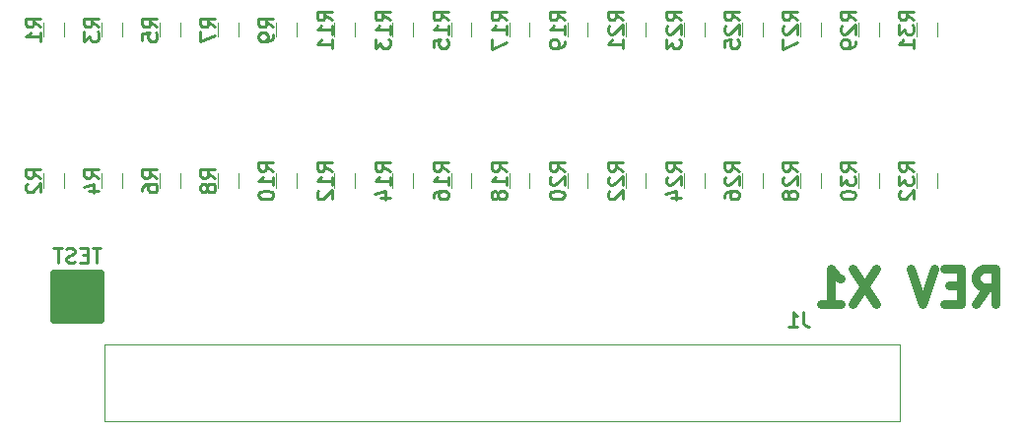
<source format=gbo>
G04 #@! TF.FileFunction,Legend,Bot*
%FSLAX46Y46*%
G04 Gerber Fmt 4.6, Leading zero omitted, Abs format (unit mm)*
G04 Created by KiCad (PCBNEW (after 2015-mar-04 BZR unknown)-product) date 5/25/2017 2:16:54 PM*
%MOMM*%
G01*
G04 APERTURE LIST*
%ADD10C,0.150000*%
%ADD11C,0.750000*%
%ADD12C,0.120000*%
%ADD13C,0.650000*%
%ADD14C,0.254000*%
G04 APERTURE END LIST*
D10*
D11*
X146214286Y-69607143D02*
X147214286Y-68178571D01*
X147928571Y-69607143D02*
X147928571Y-66607143D01*
X146785714Y-66607143D01*
X146500000Y-66750000D01*
X146357143Y-66892857D01*
X146214286Y-67178571D01*
X146214286Y-67607143D01*
X146357143Y-67892857D01*
X146500000Y-68035714D01*
X146785714Y-68178571D01*
X147928571Y-68178571D01*
X144928571Y-68035714D02*
X143928571Y-68035714D01*
X143500000Y-69607143D02*
X144928571Y-69607143D01*
X144928571Y-66607143D01*
X143500000Y-66607143D01*
X142642857Y-66607143D02*
X141642857Y-69607143D01*
X140642857Y-66607143D01*
X137642857Y-66607143D02*
X135642857Y-69607143D01*
X135642857Y-66607143D02*
X137642857Y-69607143D01*
X132928571Y-69607143D02*
X134642856Y-69607143D01*
X133785714Y-69607143D02*
X133785714Y-66607143D01*
X134071428Y-67035714D01*
X134357142Y-67321429D01*
X134642856Y-67464286D01*
D12*
X139640000Y-73100000D02*
X71330000Y-73100000D01*
X139640000Y-73100000D02*
X139640000Y-79690000D01*
X71330000Y-79690000D02*
X71330000Y-73100000D01*
X71330000Y-79690000D02*
X139640000Y-79690000D01*
X67880000Y-46600000D02*
X67880000Y-45400000D01*
X66120000Y-45400000D02*
X66120000Y-46600000D01*
X67880000Y-59600000D02*
X67880000Y-58400000D01*
X66120000Y-58400000D02*
X66120000Y-59600000D01*
X72880000Y-46600000D02*
X72880000Y-45400000D01*
X71120000Y-45400000D02*
X71120000Y-46600000D01*
X72880000Y-59600000D02*
X72880000Y-58400000D01*
X71120000Y-58400000D02*
X71120000Y-59600000D01*
X77880000Y-46600000D02*
X77880000Y-45400000D01*
X76120000Y-45400000D02*
X76120000Y-46600000D01*
X77880000Y-59600000D02*
X77880000Y-58400000D01*
X76120000Y-58400000D02*
X76120000Y-59600000D01*
X82880000Y-46600000D02*
X82880000Y-45400000D01*
X81120000Y-45400000D02*
X81120000Y-46600000D01*
X82880000Y-59600000D02*
X82880000Y-58400000D01*
X81120000Y-58400000D02*
X81120000Y-59600000D01*
X87880000Y-46600000D02*
X87880000Y-45400000D01*
X86120000Y-45400000D02*
X86120000Y-46600000D01*
X87880000Y-59600000D02*
X87880000Y-58400000D01*
X86120000Y-58400000D02*
X86120000Y-59600000D01*
X92880000Y-46600000D02*
X92880000Y-45400000D01*
X91120000Y-45400000D02*
X91120000Y-46600000D01*
X92880000Y-59600000D02*
X92880000Y-58400000D01*
X91120000Y-58400000D02*
X91120000Y-59600000D01*
X97880000Y-46600000D02*
X97880000Y-45400000D01*
X96120000Y-45400000D02*
X96120000Y-46600000D01*
X97880000Y-59600000D02*
X97880000Y-58400000D01*
X96120000Y-58400000D02*
X96120000Y-59600000D01*
X102880000Y-46600000D02*
X102880000Y-45400000D01*
X101120000Y-45400000D02*
X101120000Y-46600000D01*
X102880000Y-59600000D02*
X102880000Y-58400000D01*
X101120000Y-58400000D02*
X101120000Y-59600000D01*
X107880000Y-46600000D02*
X107880000Y-45400000D01*
X106120000Y-45400000D02*
X106120000Y-46600000D01*
X107880000Y-59600000D02*
X107880000Y-58400000D01*
X106120000Y-58400000D02*
X106120000Y-59600000D01*
X112880000Y-46600000D02*
X112880000Y-45400000D01*
X111120000Y-45400000D02*
X111120000Y-46600000D01*
X112880000Y-59600000D02*
X112880000Y-58400000D01*
X111120000Y-58400000D02*
X111120000Y-59600000D01*
X117880000Y-46600000D02*
X117880000Y-45400000D01*
X116120000Y-45400000D02*
X116120000Y-46600000D01*
X117880000Y-59600000D02*
X117880000Y-58400000D01*
X116120000Y-58400000D02*
X116120000Y-59600000D01*
X122880000Y-46600000D02*
X122880000Y-45400000D01*
X121120000Y-45400000D02*
X121120000Y-46600000D01*
X122880000Y-59600000D02*
X122880000Y-58400000D01*
X121120000Y-58400000D02*
X121120000Y-59600000D01*
X127880000Y-46600000D02*
X127880000Y-45400000D01*
X126120000Y-45400000D02*
X126120000Y-46600000D01*
X127880000Y-59600000D02*
X127880000Y-58400000D01*
X126120000Y-58400000D02*
X126120000Y-59600000D01*
X132880000Y-46600000D02*
X132880000Y-45400000D01*
X131120000Y-45400000D02*
X131120000Y-46600000D01*
X132880000Y-59600000D02*
X132880000Y-58400000D01*
X131120000Y-58400000D02*
X131120000Y-59600000D01*
X137880000Y-46600000D02*
X137880000Y-45400000D01*
X136120000Y-45400000D02*
X136120000Y-46600000D01*
X137880000Y-59600000D02*
X137880000Y-58400000D01*
X136120000Y-58400000D02*
X136120000Y-59600000D01*
X142880000Y-46600000D02*
X142880000Y-45400000D01*
X141120000Y-45400000D02*
X141120000Y-46600000D01*
X142880000Y-59600000D02*
X142880000Y-58400000D01*
X141120000Y-58400000D02*
X141120000Y-59600000D01*
D13*
X67000000Y-67000000D02*
X71000000Y-67000000D01*
X71000000Y-67000000D02*
X71000000Y-71000000D01*
X71000000Y-71000000D02*
X67000000Y-71000000D01*
X67000000Y-71000000D02*
X67000000Y-67000000D01*
X67000000Y-67000000D02*
X67000000Y-67500000D01*
X67000000Y-67500000D02*
X71000000Y-67500000D01*
X71000000Y-67500000D02*
X71000000Y-68000000D01*
X71000000Y-68000000D02*
X67000000Y-68000000D01*
X67000000Y-68000000D02*
X67000000Y-68500000D01*
X67000000Y-68500000D02*
X71000000Y-68500000D01*
X71000000Y-68500000D02*
X71000000Y-69000000D01*
X71000000Y-69000000D02*
X67000000Y-69000000D01*
X67000000Y-69000000D02*
X67000000Y-69500000D01*
X67000000Y-69500000D02*
X70500000Y-69500000D01*
X70500000Y-69500000D02*
X71000000Y-69500000D01*
X71000000Y-69500000D02*
X71000000Y-70000000D01*
X71000000Y-70000000D02*
X67000000Y-70000000D01*
X67000000Y-70000000D02*
X67000000Y-70500000D01*
X67000000Y-70500000D02*
X71000000Y-70500000D01*
D14*
X131423333Y-70304524D02*
X131423333Y-71211667D01*
X131483809Y-71393095D01*
X131604761Y-71514048D01*
X131786190Y-71574524D01*
X131907142Y-71574524D01*
X130153333Y-71574524D02*
X130879047Y-71574524D01*
X130516190Y-71574524D02*
X130516190Y-70304524D01*
X130637142Y-70485952D01*
X130758095Y-70606905D01*
X130879047Y-70667381D01*
X65874524Y-45788333D02*
X65269762Y-45365000D01*
X65874524Y-45062619D02*
X64604524Y-45062619D01*
X64604524Y-45546428D01*
X64665000Y-45667381D01*
X64725476Y-45727857D01*
X64846429Y-45788333D01*
X65027857Y-45788333D01*
X65148810Y-45727857D01*
X65209286Y-45667381D01*
X65269762Y-45546428D01*
X65269762Y-45062619D01*
X65874524Y-46997857D02*
X65874524Y-46272143D01*
X65874524Y-46635000D02*
X64604524Y-46635000D01*
X64785952Y-46514048D01*
X64906905Y-46393095D01*
X64967381Y-46272143D01*
X65874524Y-58788333D02*
X65269762Y-58365000D01*
X65874524Y-58062619D02*
X64604524Y-58062619D01*
X64604524Y-58546428D01*
X64665000Y-58667381D01*
X64725476Y-58727857D01*
X64846429Y-58788333D01*
X65027857Y-58788333D01*
X65148810Y-58727857D01*
X65209286Y-58667381D01*
X65269762Y-58546428D01*
X65269762Y-58062619D01*
X64725476Y-59272143D02*
X64665000Y-59332619D01*
X64604524Y-59453571D01*
X64604524Y-59755952D01*
X64665000Y-59876905D01*
X64725476Y-59937381D01*
X64846429Y-59997857D01*
X64967381Y-59997857D01*
X65148810Y-59937381D01*
X65874524Y-59211667D01*
X65874524Y-59997857D01*
X70874524Y-45788333D02*
X70269762Y-45365000D01*
X70874524Y-45062619D02*
X69604524Y-45062619D01*
X69604524Y-45546428D01*
X69665000Y-45667381D01*
X69725476Y-45727857D01*
X69846429Y-45788333D01*
X70027857Y-45788333D01*
X70148810Y-45727857D01*
X70209286Y-45667381D01*
X70269762Y-45546428D01*
X70269762Y-45062619D01*
X69604524Y-46211667D02*
X69604524Y-46997857D01*
X70088333Y-46574524D01*
X70088333Y-46755952D01*
X70148810Y-46876905D01*
X70209286Y-46937381D01*
X70330238Y-46997857D01*
X70632619Y-46997857D01*
X70753571Y-46937381D01*
X70814048Y-46876905D01*
X70874524Y-46755952D01*
X70874524Y-46393095D01*
X70814048Y-46272143D01*
X70753571Y-46211667D01*
X70874524Y-58788333D02*
X70269762Y-58365000D01*
X70874524Y-58062619D02*
X69604524Y-58062619D01*
X69604524Y-58546428D01*
X69665000Y-58667381D01*
X69725476Y-58727857D01*
X69846429Y-58788333D01*
X70027857Y-58788333D01*
X70148810Y-58727857D01*
X70209286Y-58667381D01*
X70269762Y-58546428D01*
X70269762Y-58062619D01*
X70027857Y-59876905D02*
X70874524Y-59876905D01*
X69544048Y-59574524D02*
X70451190Y-59272143D01*
X70451190Y-60058333D01*
X75874524Y-45788333D02*
X75269762Y-45365000D01*
X75874524Y-45062619D02*
X74604524Y-45062619D01*
X74604524Y-45546428D01*
X74665000Y-45667381D01*
X74725476Y-45727857D01*
X74846429Y-45788333D01*
X75027857Y-45788333D01*
X75148810Y-45727857D01*
X75209286Y-45667381D01*
X75269762Y-45546428D01*
X75269762Y-45062619D01*
X74604524Y-46937381D02*
X74604524Y-46332619D01*
X75209286Y-46272143D01*
X75148810Y-46332619D01*
X75088333Y-46453571D01*
X75088333Y-46755952D01*
X75148810Y-46876905D01*
X75209286Y-46937381D01*
X75330238Y-46997857D01*
X75632619Y-46997857D01*
X75753571Y-46937381D01*
X75814048Y-46876905D01*
X75874524Y-46755952D01*
X75874524Y-46453571D01*
X75814048Y-46332619D01*
X75753571Y-46272143D01*
X75874524Y-58788333D02*
X75269762Y-58365000D01*
X75874524Y-58062619D02*
X74604524Y-58062619D01*
X74604524Y-58546428D01*
X74665000Y-58667381D01*
X74725476Y-58727857D01*
X74846429Y-58788333D01*
X75027857Y-58788333D01*
X75148810Y-58727857D01*
X75209286Y-58667381D01*
X75269762Y-58546428D01*
X75269762Y-58062619D01*
X74604524Y-59876905D02*
X74604524Y-59635000D01*
X74665000Y-59514048D01*
X74725476Y-59453571D01*
X74906905Y-59332619D01*
X75148810Y-59272143D01*
X75632619Y-59272143D01*
X75753571Y-59332619D01*
X75814048Y-59393095D01*
X75874524Y-59514048D01*
X75874524Y-59755952D01*
X75814048Y-59876905D01*
X75753571Y-59937381D01*
X75632619Y-59997857D01*
X75330238Y-59997857D01*
X75209286Y-59937381D01*
X75148810Y-59876905D01*
X75088333Y-59755952D01*
X75088333Y-59514048D01*
X75148810Y-59393095D01*
X75209286Y-59332619D01*
X75330238Y-59272143D01*
X80874524Y-45788333D02*
X80269762Y-45365000D01*
X80874524Y-45062619D02*
X79604524Y-45062619D01*
X79604524Y-45546428D01*
X79665000Y-45667381D01*
X79725476Y-45727857D01*
X79846429Y-45788333D01*
X80027857Y-45788333D01*
X80148810Y-45727857D01*
X80209286Y-45667381D01*
X80269762Y-45546428D01*
X80269762Y-45062619D01*
X79604524Y-46211667D02*
X79604524Y-47058333D01*
X80874524Y-46514048D01*
X80874524Y-58788333D02*
X80269762Y-58365000D01*
X80874524Y-58062619D02*
X79604524Y-58062619D01*
X79604524Y-58546428D01*
X79665000Y-58667381D01*
X79725476Y-58727857D01*
X79846429Y-58788333D01*
X80027857Y-58788333D01*
X80148810Y-58727857D01*
X80209286Y-58667381D01*
X80269762Y-58546428D01*
X80269762Y-58062619D01*
X80148810Y-59514048D02*
X80088333Y-59393095D01*
X80027857Y-59332619D01*
X79906905Y-59272143D01*
X79846429Y-59272143D01*
X79725476Y-59332619D01*
X79665000Y-59393095D01*
X79604524Y-59514048D01*
X79604524Y-59755952D01*
X79665000Y-59876905D01*
X79725476Y-59937381D01*
X79846429Y-59997857D01*
X79906905Y-59997857D01*
X80027857Y-59937381D01*
X80088333Y-59876905D01*
X80148810Y-59755952D01*
X80148810Y-59514048D01*
X80209286Y-59393095D01*
X80269762Y-59332619D01*
X80390714Y-59272143D01*
X80632619Y-59272143D01*
X80753571Y-59332619D01*
X80814048Y-59393095D01*
X80874524Y-59514048D01*
X80874524Y-59755952D01*
X80814048Y-59876905D01*
X80753571Y-59937381D01*
X80632619Y-59997857D01*
X80390714Y-59997857D01*
X80269762Y-59937381D01*
X80209286Y-59876905D01*
X80148810Y-59755952D01*
X85874524Y-45788333D02*
X85269762Y-45365000D01*
X85874524Y-45062619D02*
X84604524Y-45062619D01*
X84604524Y-45546428D01*
X84665000Y-45667381D01*
X84725476Y-45727857D01*
X84846429Y-45788333D01*
X85027857Y-45788333D01*
X85148810Y-45727857D01*
X85209286Y-45667381D01*
X85269762Y-45546428D01*
X85269762Y-45062619D01*
X85874524Y-46393095D02*
X85874524Y-46635000D01*
X85814048Y-46755952D01*
X85753571Y-46816428D01*
X85572143Y-46937381D01*
X85330238Y-46997857D01*
X84846429Y-46997857D01*
X84725476Y-46937381D01*
X84665000Y-46876905D01*
X84604524Y-46755952D01*
X84604524Y-46514048D01*
X84665000Y-46393095D01*
X84725476Y-46332619D01*
X84846429Y-46272143D01*
X85148810Y-46272143D01*
X85269762Y-46332619D01*
X85330238Y-46393095D01*
X85390714Y-46514048D01*
X85390714Y-46755952D01*
X85330238Y-46876905D01*
X85269762Y-46937381D01*
X85148810Y-46997857D01*
X85874524Y-58183571D02*
X85269762Y-57760238D01*
X85874524Y-57457857D02*
X84604524Y-57457857D01*
X84604524Y-57941666D01*
X84665000Y-58062619D01*
X84725476Y-58123095D01*
X84846429Y-58183571D01*
X85027857Y-58183571D01*
X85148810Y-58123095D01*
X85209286Y-58062619D01*
X85269762Y-57941666D01*
X85269762Y-57457857D01*
X85874524Y-59393095D02*
X85874524Y-58667381D01*
X85874524Y-59030238D02*
X84604524Y-59030238D01*
X84785952Y-58909286D01*
X84906905Y-58788333D01*
X84967381Y-58667381D01*
X84604524Y-60179286D02*
X84604524Y-60300238D01*
X84665000Y-60421190D01*
X84725476Y-60481667D01*
X84846429Y-60542143D01*
X85088333Y-60602619D01*
X85390714Y-60602619D01*
X85632619Y-60542143D01*
X85753571Y-60481667D01*
X85814048Y-60421190D01*
X85874524Y-60300238D01*
X85874524Y-60179286D01*
X85814048Y-60058333D01*
X85753571Y-59997857D01*
X85632619Y-59937381D01*
X85390714Y-59876905D01*
X85088333Y-59876905D01*
X84846429Y-59937381D01*
X84725476Y-59997857D01*
X84665000Y-60058333D01*
X84604524Y-60179286D01*
X90874524Y-45183571D02*
X90269762Y-44760238D01*
X90874524Y-44457857D02*
X89604524Y-44457857D01*
X89604524Y-44941666D01*
X89665000Y-45062619D01*
X89725476Y-45123095D01*
X89846429Y-45183571D01*
X90027857Y-45183571D01*
X90148810Y-45123095D01*
X90209286Y-45062619D01*
X90269762Y-44941666D01*
X90269762Y-44457857D01*
X90874524Y-46393095D02*
X90874524Y-45667381D01*
X90874524Y-46030238D02*
X89604524Y-46030238D01*
X89785952Y-45909286D01*
X89906905Y-45788333D01*
X89967381Y-45667381D01*
X90874524Y-47602619D02*
X90874524Y-46876905D01*
X90874524Y-47239762D02*
X89604524Y-47239762D01*
X89785952Y-47118810D01*
X89906905Y-46997857D01*
X89967381Y-46876905D01*
X90874524Y-58183571D02*
X90269762Y-57760238D01*
X90874524Y-57457857D02*
X89604524Y-57457857D01*
X89604524Y-57941666D01*
X89665000Y-58062619D01*
X89725476Y-58123095D01*
X89846429Y-58183571D01*
X90027857Y-58183571D01*
X90148810Y-58123095D01*
X90209286Y-58062619D01*
X90269762Y-57941666D01*
X90269762Y-57457857D01*
X90874524Y-59393095D02*
X90874524Y-58667381D01*
X90874524Y-59030238D02*
X89604524Y-59030238D01*
X89785952Y-58909286D01*
X89906905Y-58788333D01*
X89967381Y-58667381D01*
X89725476Y-59876905D02*
X89665000Y-59937381D01*
X89604524Y-60058333D01*
X89604524Y-60360714D01*
X89665000Y-60481667D01*
X89725476Y-60542143D01*
X89846429Y-60602619D01*
X89967381Y-60602619D01*
X90148810Y-60542143D01*
X90874524Y-59816429D01*
X90874524Y-60602619D01*
X95874524Y-45183571D02*
X95269762Y-44760238D01*
X95874524Y-44457857D02*
X94604524Y-44457857D01*
X94604524Y-44941666D01*
X94665000Y-45062619D01*
X94725476Y-45123095D01*
X94846429Y-45183571D01*
X95027857Y-45183571D01*
X95148810Y-45123095D01*
X95209286Y-45062619D01*
X95269762Y-44941666D01*
X95269762Y-44457857D01*
X95874524Y-46393095D02*
X95874524Y-45667381D01*
X95874524Y-46030238D02*
X94604524Y-46030238D01*
X94785952Y-45909286D01*
X94906905Y-45788333D01*
X94967381Y-45667381D01*
X94604524Y-46816429D02*
X94604524Y-47602619D01*
X95088333Y-47179286D01*
X95088333Y-47360714D01*
X95148810Y-47481667D01*
X95209286Y-47542143D01*
X95330238Y-47602619D01*
X95632619Y-47602619D01*
X95753571Y-47542143D01*
X95814048Y-47481667D01*
X95874524Y-47360714D01*
X95874524Y-46997857D01*
X95814048Y-46876905D01*
X95753571Y-46816429D01*
X95874524Y-58183571D02*
X95269762Y-57760238D01*
X95874524Y-57457857D02*
X94604524Y-57457857D01*
X94604524Y-57941666D01*
X94665000Y-58062619D01*
X94725476Y-58123095D01*
X94846429Y-58183571D01*
X95027857Y-58183571D01*
X95148810Y-58123095D01*
X95209286Y-58062619D01*
X95269762Y-57941666D01*
X95269762Y-57457857D01*
X95874524Y-59393095D02*
X95874524Y-58667381D01*
X95874524Y-59030238D02*
X94604524Y-59030238D01*
X94785952Y-58909286D01*
X94906905Y-58788333D01*
X94967381Y-58667381D01*
X95027857Y-60481667D02*
X95874524Y-60481667D01*
X94544048Y-60179286D02*
X95451190Y-59876905D01*
X95451190Y-60663095D01*
X100874524Y-45183571D02*
X100269762Y-44760238D01*
X100874524Y-44457857D02*
X99604524Y-44457857D01*
X99604524Y-44941666D01*
X99665000Y-45062619D01*
X99725476Y-45123095D01*
X99846429Y-45183571D01*
X100027857Y-45183571D01*
X100148810Y-45123095D01*
X100209286Y-45062619D01*
X100269762Y-44941666D01*
X100269762Y-44457857D01*
X100874524Y-46393095D02*
X100874524Y-45667381D01*
X100874524Y-46030238D02*
X99604524Y-46030238D01*
X99785952Y-45909286D01*
X99906905Y-45788333D01*
X99967381Y-45667381D01*
X99604524Y-47542143D02*
X99604524Y-46937381D01*
X100209286Y-46876905D01*
X100148810Y-46937381D01*
X100088333Y-47058333D01*
X100088333Y-47360714D01*
X100148810Y-47481667D01*
X100209286Y-47542143D01*
X100330238Y-47602619D01*
X100632619Y-47602619D01*
X100753571Y-47542143D01*
X100814048Y-47481667D01*
X100874524Y-47360714D01*
X100874524Y-47058333D01*
X100814048Y-46937381D01*
X100753571Y-46876905D01*
X100874524Y-58183571D02*
X100269762Y-57760238D01*
X100874524Y-57457857D02*
X99604524Y-57457857D01*
X99604524Y-57941666D01*
X99665000Y-58062619D01*
X99725476Y-58123095D01*
X99846429Y-58183571D01*
X100027857Y-58183571D01*
X100148810Y-58123095D01*
X100209286Y-58062619D01*
X100269762Y-57941666D01*
X100269762Y-57457857D01*
X100874524Y-59393095D02*
X100874524Y-58667381D01*
X100874524Y-59030238D02*
X99604524Y-59030238D01*
X99785952Y-58909286D01*
X99906905Y-58788333D01*
X99967381Y-58667381D01*
X99604524Y-60481667D02*
X99604524Y-60239762D01*
X99665000Y-60118810D01*
X99725476Y-60058333D01*
X99906905Y-59937381D01*
X100148810Y-59876905D01*
X100632619Y-59876905D01*
X100753571Y-59937381D01*
X100814048Y-59997857D01*
X100874524Y-60118810D01*
X100874524Y-60360714D01*
X100814048Y-60481667D01*
X100753571Y-60542143D01*
X100632619Y-60602619D01*
X100330238Y-60602619D01*
X100209286Y-60542143D01*
X100148810Y-60481667D01*
X100088333Y-60360714D01*
X100088333Y-60118810D01*
X100148810Y-59997857D01*
X100209286Y-59937381D01*
X100330238Y-59876905D01*
X105874524Y-45183571D02*
X105269762Y-44760238D01*
X105874524Y-44457857D02*
X104604524Y-44457857D01*
X104604524Y-44941666D01*
X104665000Y-45062619D01*
X104725476Y-45123095D01*
X104846429Y-45183571D01*
X105027857Y-45183571D01*
X105148810Y-45123095D01*
X105209286Y-45062619D01*
X105269762Y-44941666D01*
X105269762Y-44457857D01*
X105874524Y-46393095D02*
X105874524Y-45667381D01*
X105874524Y-46030238D02*
X104604524Y-46030238D01*
X104785952Y-45909286D01*
X104906905Y-45788333D01*
X104967381Y-45667381D01*
X104604524Y-46816429D02*
X104604524Y-47663095D01*
X105874524Y-47118810D01*
X105874524Y-58183571D02*
X105269762Y-57760238D01*
X105874524Y-57457857D02*
X104604524Y-57457857D01*
X104604524Y-57941666D01*
X104665000Y-58062619D01*
X104725476Y-58123095D01*
X104846429Y-58183571D01*
X105027857Y-58183571D01*
X105148810Y-58123095D01*
X105209286Y-58062619D01*
X105269762Y-57941666D01*
X105269762Y-57457857D01*
X105874524Y-59393095D02*
X105874524Y-58667381D01*
X105874524Y-59030238D02*
X104604524Y-59030238D01*
X104785952Y-58909286D01*
X104906905Y-58788333D01*
X104967381Y-58667381D01*
X105148810Y-60118810D02*
X105088333Y-59997857D01*
X105027857Y-59937381D01*
X104906905Y-59876905D01*
X104846429Y-59876905D01*
X104725476Y-59937381D01*
X104665000Y-59997857D01*
X104604524Y-60118810D01*
X104604524Y-60360714D01*
X104665000Y-60481667D01*
X104725476Y-60542143D01*
X104846429Y-60602619D01*
X104906905Y-60602619D01*
X105027857Y-60542143D01*
X105088333Y-60481667D01*
X105148810Y-60360714D01*
X105148810Y-60118810D01*
X105209286Y-59997857D01*
X105269762Y-59937381D01*
X105390714Y-59876905D01*
X105632619Y-59876905D01*
X105753571Y-59937381D01*
X105814048Y-59997857D01*
X105874524Y-60118810D01*
X105874524Y-60360714D01*
X105814048Y-60481667D01*
X105753571Y-60542143D01*
X105632619Y-60602619D01*
X105390714Y-60602619D01*
X105269762Y-60542143D01*
X105209286Y-60481667D01*
X105148810Y-60360714D01*
X110874524Y-45183571D02*
X110269762Y-44760238D01*
X110874524Y-44457857D02*
X109604524Y-44457857D01*
X109604524Y-44941666D01*
X109665000Y-45062619D01*
X109725476Y-45123095D01*
X109846429Y-45183571D01*
X110027857Y-45183571D01*
X110148810Y-45123095D01*
X110209286Y-45062619D01*
X110269762Y-44941666D01*
X110269762Y-44457857D01*
X110874524Y-46393095D02*
X110874524Y-45667381D01*
X110874524Y-46030238D02*
X109604524Y-46030238D01*
X109785952Y-45909286D01*
X109906905Y-45788333D01*
X109967381Y-45667381D01*
X110874524Y-46997857D02*
X110874524Y-47239762D01*
X110814048Y-47360714D01*
X110753571Y-47421190D01*
X110572143Y-47542143D01*
X110330238Y-47602619D01*
X109846429Y-47602619D01*
X109725476Y-47542143D01*
X109665000Y-47481667D01*
X109604524Y-47360714D01*
X109604524Y-47118810D01*
X109665000Y-46997857D01*
X109725476Y-46937381D01*
X109846429Y-46876905D01*
X110148810Y-46876905D01*
X110269762Y-46937381D01*
X110330238Y-46997857D01*
X110390714Y-47118810D01*
X110390714Y-47360714D01*
X110330238Y-47481667D01*
X110269762Y-47542143D01*
X110148810Y-47602619D01*
X110874524Y-58183571D02*
X110269762Y-57760238D01*
X110874524Y-57457857D02*
X109604524Y-57457857D01*
X109604524Y-57941666D01*
X109665000Y-58062619D01*
X109725476Y-58123095D01*
X109846429Y-58183571D01*
X110027857Y-58183571D01*
X110148810Y-58123095D01*
X110209286Y-58062619D01*
X110269762Y-57941666D01*
X110269762Y-57457857D01*
X109725476Y-58667381D02*
X109665000Y-58727857D01*
X109604524Y-58848809D01*
X109604524Y-59151190D01*
X109665000Y-59272143D01*
X109725476Y-59332619D01*
X109846429Y-59393095D01*
X109967381Y-59393095D01*
X110148810Y-59332619D01*
X110874524Y-58606905D01*
X110874524Y-59393095D01*
X109604524Y-60179286D02*
X109604524Y-60300238D01*
X109665000Y-60421190D01*
X109725476Y-60481667D01*
X109846429Y-60542143D01*
X110088333Y-60602619D01*
X110390714Y-60602619D01*
X110632619Y-60542143D01*
X110753571Y-60481667D01*
X110814048Y-60421190D01*
X110874524Y-60300238D01*
X110874524Y-60179286D01*
X110814048Y-60058333D01*
X110753571Y-59997857D01*
X110632619Y-59937381D01*
X110390714Y-59876905D01*
X110088333Y-59876905D01*
X109846429Y-59937381D01*
X109725476Y-59997857D01*
X109665000Y-60058333D01*
X109604524Y-60179286D01*
X115874524Y-45183571D02*
X115269762Y-44760238D01*
X115874524Y-44457857D02*
X114604524Y-44457857D01*
X114604524Y-44941666D01*
X114665000Y-45062619D01*
X114725476Y-45123095D01*
X114846429Y-45183571D01*
X115027857Y-45183571D01*
X115148810Y-45123095D01*
X115209286Y-45062619D01*
X115269762Y-44941666D01*
X115269762Y-44457857D01*
X114725476Y-45667381D02*
X114665000Y-45727857D01*
X114604524Y-45848809D01*
X114604524Y-46151190D01*
X114665000Y-46272143D01*
X114725476Y-46332619D01*
X114846429Y-46393095D01*
X114967381Y-46393095D01*
X115148810Y-46332619D01*
X115874524Y-45606905D01*
X115874524Y-46393095D01*
X115874524Y-47602619D02*
X115874524Y-46876905D01*
X115874524Y-47239762D02*
X114604524Y-47239762D01*
X114785952Y-47118810D01*
X114906905Y-46997857D01*
X114967381Y-46876905D01*
X115874524Y-58183571D02*
X115269762Y-57760238D01*
X115874524Y-57457857D02*
X114604524Y-57457857D01*
X114604524Y-57941666D01*
X114665000Y-58062619D01*
X114725476Y-58123095D01*
X114846429Y-58183571D01*
X115027857Y-58183571D01*
X115148810Y-58123095D01*
X115209286Y-58062619D01*
X115269762Y-57941666D01*
X115269762Y-57457857D01*
X114725476Y-58667381D02*
X114665000Y-58727857D01*
X114604524Y-58848809D01*
X114604524Y-59151190D01*
X114665000Y-59272143D01*
X114725476Y-59332619D01*
X114846429Y-59393095D01*
X114967381Y-59393095D01*
X115148810Y-59332619D01*
X115874524Y-58606905D01*
X115874524Y-59393095D01*
X114725476Y-59876905D02*
X114665000Y-59937381D01*
X114604524Y-60058333D01*
X114604524Y-60360714D01*
X114665000Y-60481667D01*
X114725476Y-60542143D01*
X114846429Y-60602619D01*
X114967381Y-60602619D01*
X115148810Y-60542143D01*
X115874524Y-59816429D01*
X115874524Y-60602619D01*
X120874524Y-45183571D02*
X120269762Y-44760238D01*
X120874524Y-44457857D02*
X119604524Y-44457857D01*
X119604524Y-44941666D01*
X119665000Y-45062619D01*
X119725476Y-45123095D01*
X119846429Y-45183571D01*
X120027857Y-45183571D01*
X120148810Y-45123095D01*
X120209286Y-45062619D01*
X120269762Y-44941666D01*
X120269762Y-44457857D01*
X119725476Y-45667381D02*
X119665000Y-45727857D01*
X119604524Y-45848809D01*
X119604524Y-46151190D01*
X119665000Y-46272143D01*
X119725476Y-46332619D01*
X119846429Y-46393095D01*
X119967381Y-46393095D01*
X120148810Y-46332619D01*
X120874524Y-45606905D01*
X120874524Y-46393095D01*
X119604524Y-46816429D02*
X119604524Y-47602619D01*
X120088333Y-47179286D01*
X120088333Y-47360714D01*
X120148810Y-47481667D01*
X120209286Y-47542143D01*
X120330238Y-47602619D01*
X120632619Y-47602619D01*
X120753571Y-47542143D01*
X120814048Y-47481667D01*
X120874524Y-47360714D01*
X120874524Y-46997857D01*
X120814048Y-46876905D01*
X120753571Y-46816429D01*
X120874524Y-58183571D02*
X120269762Y-57760238D01*
X120874524Y-57457857D02*
X119604524Y-57457857D01*
X119604524Y-57941666D01*
X119665000Y-58062619D01*
X119725476Y-58123095D01*
X119846429Y-58183571D01*
X120027857Y-58183571D01*
X120148810Y-58123095D01*
X120209286Y-58062619D01*
X120269762Y-57941666D01*
X120269762Y-57457857D01*
X119725476Y-58667381D02*
X119665000Y-58727857D01*
X119604524Y-58848809D01*
X119604524Y-59151190D01*
X119665000Y-59272143D01*
X119725476Y-59332619D01*
X119846429Y-59393095D01*
X119967381Y-59393095D01*
X120148810Y-59332619D01*
X120874524Y-58606905D01*
X120874524Y-59393095D01*
X120027857Y-60481667D02*
X120874524Y-60481667D01*
X119544048Y-60179286D02*
X120451190Y-59876905D01*
X120451190Y-60663095D01*
X125874524Y-45183571D02*
X125269762Y-44760238D01*
X125874524Y-44457857D02*
X124604524Y-44457857D01*
X124604524Y-44941666D01*
X124665000Y-45062619D01*
X124725476Y-45123095D01*
X124846429Y-45183571D01*
X125027857Y-45183571D01*
X125148810Y-45123095D01*
X125209286Y-45062619D01*
X125269762Y-44941666D01*
X125269762Y-44457857D01*
X124725476Y-45667381D02*
X124665000Y-45727857D01*
X124604524Y-45848809D01*
X124604524Y-46151190D01*
X124665000Y-46272143D01*
X124725476Y-46332619D01*
X124846429Y-46393095D01*
X124967381Y-46393095D01*
X125148810Y-46332619D01*
X125874524Y-45606905D01*
X125874524Y-46393095D01*
X124604524Y-47542143D02*
X124604524Y-46937381D01*
X125209286Y-46876905D01*
X125148810Y-46937381D01*
X125088333Y-47058333D01*
X125088333Y-47360714D01*
X125148810Y-47481667D01*
X125209286Y-47542143D01*
X125330238Y-47602619D01*
X125632619Y-47602619D01*
X125753571Y-47542143D01*
X125814048Y-47481667D01*
X125874524Y-47360714D01*
X125874524Y-47058333D01*
X125814048Y-46937381D01*
X125753571Y-46876905D01*
X125874524Y-58183571D02*
X125269762Y-57760238D01*
X125874524Y-57457857D02*
X124604524Y-57457857D01*
X124604524Y-57941666D01*
X124665000Y-58062619D01*
X124725476Y-58123095D01*
X124846429Y-58183571D01*
X125027857Y-58183571D01*
X125148810Y-58123095D01*
X125209286Y-58062619D01*
X125269762Y-57941666D01*
X125269762Y-57457857D01*
X124725476Y-58667381D02*
X124665000Y-58727857D01*
X124604524Y-58848809D01*
X124604524Y-59151190D01*
X124665000Y-59272143D01*
X124725476Y-59332619D01*
X124846429Y-59393095D01*
X124967381Y-59393095D01*
X125148810Y-59332619D01*
X125874524Y-58606905D01*
X125874524Y-59393095D01*
X124604524Y-60481667D02*
X124604524Y-60239762D01*
X124665000Y-60118810D01*
X124725476Y-60058333D01*
X124906905Y-59937381D01*
X125148810Y-59876905D01*
X125632619Y-59876905D01*
X125753571Y-59937381D01*
X125814048Y-59997857D01*
X125874524Y-60118810D01*
X125874524Y-60360714D01*
X125814048Y-60481667D01*
X125753571Y-60542143D01*
X125632619Y-60602619D01*
X125330238Y-60602619D01*
X125209286Y-60542143D01*
X125148810Y-60481667D01*
X125088333Y-60360714D01*
X125088333Y-60118810D01*
X125148810Y-59997857D01*
X125209286Y-59937381D01*
X125330238Y-59876905D01*
X130874524Y-45183571D02*
X130269762Y-44760238D01*
X130874524Y-44457857D02*
X129604524Y-44457857D01*
X129604524Y-44941666D01*
X129665000Y-45062619D01*
X129725476Y-45123095D01*
X129846429Y-45183571D01*
X130027857Y-45183571D01*
X130148810Y-45123095D01*
X130209286Y-45062619D01*
X130269762Y-44941666D01*
X130269762Y-44457857D01*
X129725476Y-45667381D02*
X129665000Y-45727857D01*
X129604524Y-45848809D01*
X129604524Y-46151190D01*
X129665000Y-46272143D01*
X129725476Y-46332619D01*
X129846429Y-46393095D01*
X129967381Y-46393095D01*
X130148810Y-46332619D01*
X130874524Y-45606905D01*
X130874524Y-46393095D01*
X129604524Y-46816429D02*
X129604524Y-47663095D01*
X130874524Y-47118810D01*
X130874524Y-58183571D02*
X130269762Y-57760238D01*
X130874524Y-57457857D02*
X129604524Y-57457857D01*
X129604524Y-57941666D01*
X129665000Y-58062619D01*
X129725476Y-58123095D01*
X129846429Y-58183571D01*
X130027857Y-58183571D01*
X130148810Y-58123095D01*
X130209286Y-58062619D01*
X130269762Y-57941666D01*
X130269762Y-57457857D01*
X129725476Y-58667381D02*
X129665000Y-58727857D01*
X129604524Y-58848809D01*
X129604524Y-59151190D01*
X129665000Y-59272143D01*
X129725476Y-59332619D01*
X129846429Y-59393095D01*
X129967381Y-59393095D01*
X130148810Y-59332619D01*
X130874524Y-58606905D01*
X130874524Y-59393095D01*
X130148810Y-60118810D02*
X130088333Y-59997857D01*
X130027857Y-59937381D01*
X129906905Y-59876905D01*
X129846429Y-59876905D01*
X129725476Y-59937381D01*
X129665000Y-59997857D01*
X129604524Y-60118810D01*
X129604524Y-60360714D01*
X129665000Y-60481667D01*
X129725476Y-60542143D01*
X129846429Y-60602619D01*
X129906905Y-60602619D01*
X130027857Y-60542143D01*
X130088333Y-60481667D01*
X130148810Y-60360714D01*
X130148810Y-60118810D01*
X130209286Y-59997857D01*
X130269762Y-59937381D01*
X130390714Y-59876905D01*
X130632619Y-59876905D01*
X130753571Y-59937381D01*
X130814048Y-59997857D01*
X130874524Y-60118810D01*
X130874524Y-60360714D01*
X130814048Y-60481667D01*
X130753571Y-60542143D01*
X130632619Y-60602619D01*
X130390714Y-60602619D01*
X130269762Y-60542143D01*
X130209286Y-60481667D01*
X130148810Y-60360714D01*
X135874524Y-45183571D02*
X135269762Y-44760238D01*
X135874524Y-44457857D02*
X134604524Y-44457857D01*
X134604524Y-44941666D01*
X134665000Y-45062619D01*
X134725476Y-45123095D01*
X134846429Y-45183571D01*
X135027857Y-45183571D01*
X135148810Y-45123095D01*
X135209286Y-45062619D01*
X135269762Y-44941666D01*
X135269762Y-44457857D01*
X134725476Y-45667381D02*
X134665000Y-45727857D01*
X134604524Y-45848809D01*
X134604524Y-46151190D01*
X134665000Y-46272143D01*
X134725476Y-46332619D01*
X134846429Y-46393095D01*
X134967381Y-46393095D01*
X135148810Y-46332619D01*
X135874524Y-45606905D01*
X135874524Y-46393095D01*
X135874524Y-46997857D02*
X135874524Y-47239762D01*
X135814048Y-47360714D01*
X135753571Y-47421190D01*
X135572143Y-47542143D01*
X135330238Y-47602619D01*
X134846429Y-47602619D01*
X134725476Y-47542143D01*
X134665000Y-47481667D01*
X134604524Y-47360714D01*
X134604524Y-47118810D01*
X134665000Y-46997857D01*
X134725476Y-46937381D01*
X134846429Y-46876905D01*
X135148810Y-46876905D01*
X135269762Y-46937381D01*
X135330238Y-46997857D01*
X135390714Y-47118810D01*
X135390714Y-47360714D01*
X135330238Y-47481667D01*
X135269762Y-47542143D01*
X135148810Y-47602619D01*
X135874524Y-58183571D02*
X135269762Y-57760238D01*
X135874524Y-57457857D02*
X134604524Y-57457857D01*
X134604524Y-57941666D01*
X134665000Y-58062619D01*
X134725476Y-58123095D01*
X134846429Y-58183571D01*
X135027857Y-58183571D01*
X135148810Y-58123095D01*
X135209286Y-58062619D01*
X135269762Y-57941666D01*
X135269762Y-57457857D01*
X134604524Y-58606905D02*
X134604524Y-59393095D01*
X135088333Y-58969762D01*
X135088333Y-59151190D01*
X135148810Y-59272143D01*
X135209286Y-59332619D01*
X135330238Y-59393095D01*
X135632619Y-59393095D01*
X135753571Y-59332619D01*
X135814048Y-59272143D01*
X135874524Y-59151190D01*
X135874524Y-58788333D01*
X135814048Y-58667381D01*
X135753571Y-58606905D01*
X134604524Y-60179286D02*
X134604524Y-60300238D01*
X134665000Y-60421190D01*
X134725476Y-60481667D01*
X134846429Y-60542143D01*
X135088333Y-60602619D01*
X135390714Y-60602619D01*
X135632619Y-60542143D01*
X135753571Y-60481667D01*
X135814048Y-60421190D01*
X135874524Y-60300238D01*
X135874524Y-60179286D01*
X135814048Y-60058333D01*
X135753571Y-59997857D01*
X135632619Y-59937381D01*
X135390714Y-59876905D01*
X135088333Y-59876905D01*
X134846429Y-59937381D01*
X134725476Y-59997857D01*
X134665000Y-60058333D01*
X134604524Y-60179286D01*
X140874524Y-45183571D02*
X140269762Y-44760238D01*
X140874524Y-44457857D02*
X139604524Y-44457857D01*
X139604524Y-44941666D01*
X139665000Y-45062619D01*
X139725476Y-45123095D01*
X139846429Y-45183571D01*
X140027857Y-45183571D01*
X140148810Y-45123095D01*
X140209286Y-45062619D01*
X140269762Y-44941666D01*
X140269762Y-44457857D01*
X139604524Y-45606905D02*
X139604524Y-46393095D01*
X140088333Y-45969762D01*
X140088333Y-46151190D01*
X140148810Y-46272143D01*
X140209286Y-46332619D01*
X140330238Y-46393095D01*
X140632619Y-46393095D01*
X140753571Y-46332619D01*
X140814048Y-46272143D01*
X140874524Y-46151190D01*
X140874524Y-45788333D01*
X140814048Y-45667381D01*
X140753571Y-45606905D01*
X140874524Y-47602619D02*
X140874524Y-46876905D01*
X140874524Y-47239762D02*
X139604524Y-47239762D01*
X139785952Y-47118810D01*
X139906905Y-46997857D01*
X139967381Y-46876905D01*
X140874524Y-58183571D02*
X140269762Y-57760238D01*
X140874524Y-57457857D02*
X139604524Y-57457857D01*
X139604524Y-57941666D01*
X139665000Y-58062619D01*
X139725476Y-58123095D01*
X139846429Y-58183571D01*
X140027857Y-58183571D01*
X140148810Y-58123095D01*
X140209286Y-58062619D01*
X140269762Y-57941666D01*
X140269762Y-57457857D01*
X139604524Y-58606905D02*
X139604524Y-59393095D01*
X140088333Y-58969762D01*
X140088333Y-59151190D01*
X140148810Y-59272143D01*
X140209286Y-59332619D01*
X140330238Y-59393095D01*
X140632619Y-59393095D01*
X140753571Y-59332619D01*
X140814048Y-59272143D01*
X140874524Y-59151190D01*
X140874524Y-58788333D01*
X140814048Y-58667381D01*
X140753571Y-58606905D01*
X139725476Y-59876905D02*
X139665000Y-59937381D01*
X139604524Y-60058333D01*
X139604524Y-60360714D01*
X139665000Y-60481667D01*
X139725476Y-60542143D01*
X139846429Y-60602619D01*
X139967381Y-60602619D01*
X140148810Y-60542143D01*
X140874524Y-59816429D01*
X140874524Y-60602619D01*
X71025953Y-64804524D02*
X70300238Y-64804524D01*
X70663095Y-66074524D02*
X70663095Y-64804524D01*
X69876905Y-65409286D02*
X69453572Y-65409286D01*
X69272143Y-66074524D02*
X69876905Y-66074524D01*
X69876905Y-64804524D01*
X69272143Y-64804524D01*
X68788333Y-66014048D02*
X68606905Y-66074524D01*
X68304524Y-66074524D01*
X68183571Y-66014048D01*
X68123095Y-65953571D01*
X68062619Y-65832619D01*
X68062619Y-65711667D01*
X68123095Y-65590714D01*
X68183571Y-65530238D01*
X68304524Y-65469762D01*
X68546428Y-65409286D01*
X68667381Y-65348810D01*
X68727857Y-65288333D01*
X68788333Y-65167381D01*
X68788333Y-65046429D01*
X68727857Y-64925476D01*
X68667381Y-64865000D01*
X68546428Y-64804524D01*
X68244048Y-64804524D01*
X68062619Y-64865000D01*
X67699762Y-64804524D02*
X66974047Y-64804524D01*
X67336904Y-66074524D02*
X67336904Y-64804524D01*
M02*

</source>
